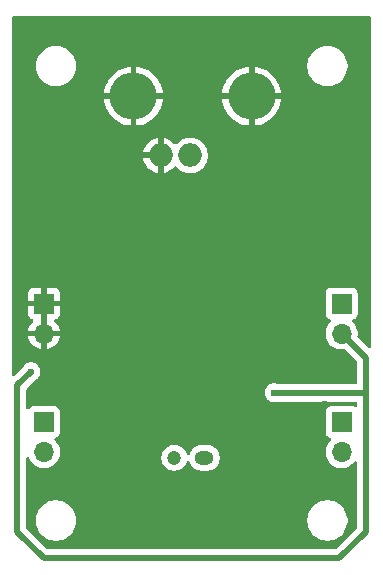
<source format=gbl>
%TF.GenerationSoftware,KiCad,Pcbnew,9.0.1-9.0.1-0~ubuntu24.04.1*%
%TF.CreationDate,2025-05-07T20:50:54+02:00*%
%TF.ProjectId,OOS - optyczny odbiornik sygnalow,4f4f5320-2d20-46f7-9074-79637a6e7920,0.0.3*%
%TF.SameCoordinates,Original*%
%TF.FileFunction,Copper,L2,Bot*%
%TF.FilePolarity,Positive*%
%FSLAX46Y46*%
G04 Gerber Fmt 4.6, Leading zero omitted, Abs format (unit mm)*
G04 Created by KiCad (PCBNEW 9.0.1-9.0.1-0~ubuntu24.04.1) date 2025-05-07 20:50:54*
%MOMM*%
%LPD*%
G01*
G04 APERTURE LIST*
%TA.AperFunction,ComponentPad*%
%ADD10O,1.700000X1.700000*%
%TD*%
%TA.AperFunction,ComponentPad*%
%ADD11R,1.700000X1.700000*%
%TD*%
%TA.AperFunction,ComponentPad*%
%ADD12O,1.600000X1.200000*%
%TD*%
%TA.AperFunction,ComponentPad*%
%ADD13C,1.200000*%
%TD*%
%TA.AperFunction,ComponentPad*%
%ADD14O,2.000000X2.000000*%
%TD*%
%TA.AperFunction,ComponentPad*%
%ADD15O,4.000000X4.000000*%
%TD*%
%TA.AperFunction,ViaPad*%
%ADD16C,0.600000*%
%TD*%
%TA.AperFunction,Conductor*%
%ADD17C,0.500000*%
%TD*%
G04 APERTURE END LIST*
D10*
%TO.P,J2,2,Pin_2*%
%TO.N,+5V*%
X201120000Y-99545000D03*
D11*
%TO.P,J2,1,Pin_1*%
X201120000Y-97005000D03*
%TD*%
%TO.P,J1,1,Pin_1*%
%TO.N,+V_photo*%
X175920000Y-107040000D03*
D10*
%TO.P,J1,2,Pin_2*%
X175920000Y-109580000D03*
%TD*%
D11*
%TO.P,J3,1,Pin_1*%
%TO.N,0V*%
X175920000Y-97005000D03*
D10*
%TO.P,J3,2,Pin_2*%
X175920000Y-99545000D03*
%TD*%
D12*
%TO.P,D3,1,A*%
%TO.N,/OPA300_TIA_-*%
X189505276Y-110064724D03*
D13*
%TO.P,D3,2,K*%
%TO.N,/BPX65_Cathode*%
X186965276Y-110064724D03*
%TD*%
D14*
%TO.P,J5,1,In*%
%TO.N,/OPA300_x10_Out_AC*%
X188300000Y-84460000D03*
D15*
%TO.P,J5,2,Ext*%
%TO.N,0V*%
X183500000Y-79460000D03*
D14*
X185800000Y-84460000D03*
D15*
X193500000Y-79460000D03*
%TD*%
D11*
%TO.P,J4,1,Pin_1*%
%TO.N,/OPA300_En_Alt_Con*%
X201120000Y-107040000D03*
D10*
%TO.P,J4,2,Pin_2*%
X201120000Y-109580000D03*
%TD*%
D16*
%TO.N,0V*%
X192720000Y-107080000D03*
X191820000Y-102880000D03*
X182820000Y-96980000D03*
X180870000Y-117380000D03*
X190120000Y-98630000D03*
X181520000Y-110430000D03*
X179970000Y-101580000D03*
X191420000Y-117380000D03*
X173820000Y-87830000D03*
X183270000Y-106580000D03*
X193670000Y-97180000D03*
X192870000Y-93430000D03*
X181670000Y-106580000D03*
X185870000Y-117530000D03*
X195620000Y-112980000D03*
X199720000Y-105530000D03*
X185820000Y-105780000D03*
X185170000Y-95790000D03*
X203120000Y-87080000D03*
X184020000Y-99480000D03*
X203020000Y-73630000D03*
X187020000Y-86030000D03*
X197420000Y-95980000D03*
X174720000Y-104380000D03*
X181520000Y-104180000D03*
X176920000Y-105380000D03*
X173770000Y-73680000D03*
X175542491Y-101792751D03*
X188200000Y-89630000D03*
X191370000Y-114130000D03*
X199470000Y-102680000D03*
X173820000Y-94830000D03*
X192070000Y-97180000D03*
X185970000Y-103730000D03*
X179970000Y-108680000D03*
X185770000Y-114130000D03*
X188270000Y-99580000D03*
X188220000Y-107730000D03*
X200120000Y-101130000D03*
X195770000Y-105880000D03*
X203020000Y-93180000D03*
X189420000Y-103630000D03*
X186170000Y-108580000D03*
X180370000Y-87730000D03*
X188070000Y-111180000D03*
X195020000Y-100780000D03*
X199520000Y-108480000D03*
X183420000Y-103780000D03*
X183870000Y-110330000D03*
X196720000Y-80830000D03*
X180070000Y-73680000D03*
X197770000Y-106480000D03*
X196720000Y-73580000D03*
X202970000Y-80980000D03*
X194320000Y-107080000D03*
X177320000Y-108580000D03*
X196870000Y-87280000D03*
X195670000Y-97180000D03*
X199420000Y-98030000D03*
X185220000Y-90730000D03*
X197620000Y-99930000D03*
X199720000Y-111230000D03*
X190820000Y-108230000D03*
X187820000Y-92230000D03*
X185320000Y-93580000D03*
X203070000Y-99880000D03*
X173720000Y-80980000D03*
X189370000Y-93780000D03*
X195520000Y-94080000D03*
X193420000Y-99080000D03*
X192270000Y-100730000D03*
X197070000Y-102580000D03*
X191620000Y-106080000D03*
X192170000Y-87680000D03*
X200120000Y-95280000D03*
X179970000Y-80930000D03*
X194420000Y-102880000D03*
X185520000Y-87680000D03*
X185970000Y-97930000D03*
X174720000Y-111280000D03*
X190920000Y-96080000D03*
X184920000Y-101980000D03*
X184570000Y-106580000D03*
X189220000Y-86680000D03*
%TO.N,+5V*%
X174820000Y-102790000D03*
X195395000Y-104555000D03*
%TO.N,0V*%
X180870000Y-112080000D03*
%TD*%
D17*
%TO.N,+5V*%
X174810000Y-102790000D02*
X173671000Y-103929000D01*
X175920000Y-118580000D02*
X200920000Y-118580000D01*
X174820000Y-102790000D02*
X174810000Y-102790000D01*
X203169000Y-116331000D02*
X203169000Y-104480000D01*
X173671000Y-116331000D02*
X175920000Y-118580000D01*
X173671000Y-103929000D02*
X173671000Y-116331000D01*
X203169000Y-101594000D02*
X203169000Y-104480000D01*
X200920000Y-118580000D02*
X203169000Y-116331000D01*
X195395000Y-104555000D02*
X203094000Y-104555000D01*
X201120000Y-99545000D02*
X203169000Y-101594000D01*
X203094000Y-104555000D02*
X203169000Y-104480000D01*
%TD*%
%TA.AperFunction,Conductor*%
%TO.N,0V*%
G36*
X176170000Y-99111988D02*
G01*
X176112993Y-99079075D01*
X175985826Y-99045000D01*
X175854174Y-99045000D01*
X175727007Y-99079075D01*
X175670000Y-99111988D01*
X175670000Y-97438012D01*
X175727007Y-97470925D01*
X175854174Y-97505000D01*
X175985826Y-97505000D01*
X176112993Y-97470925D01*
X176170000Y-97438012D01*
X176170000Y-99111988D01*
G37*
%TD.AperFunction*%
%TA.AperFunction,Conductor*%
G36*
X203562539Y-72700185D02*
G01*
X203608294Y-72752989D01*
X203619500Y-72804500D01*
X203619500Y-100683770D01*
X203599815Y-100750809D01*
X203547011Y-100796564D01*
X203477853Y-100806508D01*
X203414297Y-100777483D01*
X203407819Y-100771451D01*
X202490174Y-99853807D01*
X202456689Y-99792484D01*
X202455382Y-99746733D01*
X202470500Y-99651287D01*
X202470500Y-99438713D01*
X202437246Y-99228757D01*
X202371557Y-99026588D01*
X202275051Y-98837184D01*
X202275049Y-98837181D01*
X202275048Y-98837179D01*
X202150109Y-98665213D01*
X202036569Y-98551673D01*
X202003084Y-98490350D01*
X202008068Y-98420658D01*
X202049940Y-98364725D01*
X202080915Y-98347810D01*
X202212331Y-98298796D01*
X202327546Y-98212546D01*
X202413796Y-98097331D01*
X202464091Y-97962483D01*
X202470500Y-97902873D01*
X202470499Y-96107128D01*
X202464091Y-96047517D01*
X202413884Y-95912906D01*
X202413797Y-95912671D01*
X202413793Y-95912664D01*
X202327547Y-95797455D01*
X202327544Y-95797452D01*
X202212335Y-95711206D01*
X202212328Y-95711202D01*
X202077482Y-95660908D01*
X202077483Y-95660908D01*
X202017883Y-95654501D01*
X202017881Y-95654500D01*
X202017873Y-95654500D01*
X202017864Y-95654500D01*
X200222129Y-95654500D01*
X200222123Y-95654501D01*
X200162516Y-95660908D01*
X200027671Y-95711202D01*
X200027664Y-95711206D01*
X199912455Y-95797452D01*
X199912452Y-95797455D01*
X199826206Y-95912664D01*
X199826202Y-95912671D01*
X199775908Y-96047517D01*
X199769501Y-96107116D01*
X199769501Y-96107123D01*
X199769500Y-96107135D01*
X199769500Y-97902870D01*
X199769501Y-97902876D01*
X199775908Y-97962483D01*
X199826202Y-98097328D01*
X199826206Y-98097335D01*
X199912452Y-98212544D01*
X199912455Y-98212547D01*
X200027664Y-98298793D01*
X200027671Y-98298797D01*
X200159082Y-98347810D01*
X200215016Y-98389681D01*
X200239433Y-98455145D01*
X200224582Y-98523418D01*
X200203431Y-98551673D01*
X200089889Y-98665215D01*
X199964951Y-98837179D01*
X199868444Y-99026585D01*
X199802753Y-99228760D01*
X199769500Y-99438713D01*
X199769500Y-99651286D01*
X199802753Y-99861239D01*
X199868444Y-100063414D01*
X199964951Y-100252820D01*
X200089890Y-100424786D01*
X200240213Y-100575109D01*
X200412179Y-100700048D01*
X200412181Y-100700049D01*
X200412184Y-100700051D01*
X200601588Y-100796557D01*
X200803757Y-100862246D01*
X201013713Y-100895500D01*
X201013714Y-100895500D01*
X201226284Y-100895500D01*
X201226287Y-100895500D01*
X201321731Y-100880382D01*
X201391020Y-100889336D01*
X201428807Y-100915174D01*
X202382181Y-101868548D01*
X202415666Y-101929871D01*
X202418500Y-101956229D01*
X202418500Y-103680500D01*
X202398815Y-103747539D01*
X202346011Y-103793294D01*
X202294500Y-103804500D01*
X195699604Y-103804500D01*
X195652155Y-103795062D01*
X195628497Y-103785263D01*
X195628493Y-103785262D01*
X195628488Y-103785260D01*
X195473845Y-103754500D01*
X195473842Y-103754500D01*
X195316158Y-103754500D01*
X195316155Y-103754500D01*
X195161510Y-103785261D01*
X195161498Y-103785264D01*
X195015827Y-103845602D01*
X195015814Y-103845609D01*
X194884711Y-103933210D01*
X194884707Y-103933213D01*
X194773213Y-104044707D01*
X194773210Y-104044711D01*
X194685609Y-104175814D01*
X194685602Y-104175827D01*
X194625264Y-104321498D01*
X194625261Y-104321510D01*
X194594500Y-104476153D01*
X194594500Y-104633846D01*
X194625261Y-104788489D01*
X194625264Y-104788501D01*
X194685602Y-104934172D01*
X194685609Y-104934185D01*
X194773210Y-105065288D01*
X194773213Y-105065292D01*
X194884707Y-105176786D01*
X194884711Y-105176789D01*
X195015814Y-105264390D01*
X195015827Y-105264397D01*
X195115060Y-105305500D01*
X195161503Y-105324737D01*
X195316153Y-105355499D01*
X195316156Y-105355500D01*
X195316158Y-105355500D01*
X195473844Y-105355500D01*
X195473845Y-105355499D01*
X195550152Y-105340320D01*
X195628488Y-105324739D01*
X195628489Y-105324738D01*
X195628497Y-105324737D01*
X195652155Y-105314937D01*
X195699604Y-105305500D01*
X202294500Y-105305500D01*
X202361539Y-105325185D01*
X202407294Y-105377989D01*
X202418500Y-105429500D01*
X202418500Y-105652819D01*
X202398815Y-105719858D01*
X202346011Y-105765613D01*
X202276853Y-105775557D01*
X202220191Y-105752087D01*
X202212334Y-105746206D01*
X202212328Y-105746202D01*
X202077482Y-105695908D01*
X202077483Y-105695908D01*
X202017883Y-105689501D01*
X202017881Y-105689500D01*
X202017873Y-105689500D01*
X202017864Y-105689500D01*
X200222129Y-105689500D01*
X200222123Y-105689501D01*
X200162516Y-105695908D01*
X200027671Y-105746202D01*
X200027664Y-105746206D01*
X199912455Y-105832452D01*
X199912452Y-105832455D01*
X199826206Y-105947664D01*
X199826202Y-105947671D01*
X199775908Y-106082517D01*
X199769501Y-106142116D01*
X199769501Y-106142123D01*
X199769500Y-106142135D01*
X199769500Y-107937870D01*
X199769501Y-107937876D01*
X199775908Y-107997483D01*
X199826202Y-108132328D01*
X199826206Y-108132335D01*
X199912452Y-108247544D01*
X199912455Y-108247547D01*
X200027664Y-108333793D01*
X200027671Y-108333797D01*
X200159082Y-108382810D01*
X200215016Y-108424681D01*
X200239433Y-108490145D01*
X200224582Y-108558418D01*
X200203431Y-108586673D01*
X200089889Y-108700215D01*
X199964951Y-108872179D01*
X199868444Y-109061585D01*
X199802753Y-109263760D01*
X199769500Y-109473713D01*
X199769500Y-109686286D01*
X199802753Y-109896239D01*
X199802753Y-109896241D01*
X199802754Y-109896243D01*
X199854098Y-110054264D01*
X199868444Y-110098414D01*
X199964951Y-110287820D01*
X200089890Y-110459786D01*
X200240213Y-110610109D01*
X200412179Y-110735048D01*
X200412181Y-110735049D01*
X200412184Y-110735051D01*
X200601588Y-110831557D01*
X200803757Y-110897246D01*
X201013713Y-110930500D01*
X201013714Y-110930500D01*
X201226286Y-110930500D01*
X201226287Y-110930500D01*
X201436243Y-110897246D01*
X201638412Y-110831557D01*
X201827816Y-110735051D01*
X201849789Y-110719086D01*
X201999786Y-110610109D01*
X201999788Y-110610106D01*
X201999792Y-110610104D01*
X202150104Y-110459792D01*
X202194181Y-110399125D01*
X202249511Y-110356458D01*
X202319124Y-110350479D01*
X202380919Y-110383084D01*
X202415277Y-110443922D01*
X202418500Y-110472009D01*
X202418500Y-115968770D01*
X202398815Y-116035809D01*
X202382181Y-116056451D01*
X200645451Y-117793181D01*
X200584128Y-117826666D01*
X200557770Y-117829500D01*
X176282229Y-117829500D01*
X176215190Y-117809815D01*
X176194548Y-117793181D01*
X174457819Y-116056451D01*
X174424334Y-115995128D01*
X174421500Y-115968770D01*
X174421500Y-115268549D01*
X175219500Y-115268549D01*
X175219500Y-115491450D01*
X175219501Y-115491466D01*
X175248594Y-115712452D01*
X175248595Y-115712457D01*
X175248596Y-115712463D01*
X175248597Y-115712465D01*
X175306290Y-115927780D01*
X175306293Y-115927790D01*
X175391593Y-116133722D01*
X175391595Y-116133726D01*
X175503052Y-116326774D01*
X175503057Y-116326780D01*
X175503058Y-116326782D01*
X175638751Y-116503622D01*
X175638757Y-116503629D01*
X175796370Y-116661242D01*
X175796376Y-116661247D01*
X175973226Y-116796948D01*
X176166274Y-116908405D01*
X176372219Y-116993710D01*
X176587537Y-117051404D01*
X176808543Y-117080500D01*
X176808550Y-117080500D01*
X177031450Y-117080500D01*
X177031457Y-117080500D01*
X177252463Y-117051404D01*
X177467781Y-116993710D01*
X177673726Y-116908405D01*
X177866774Y-116796948D01*
X178043624Y-116661247D01*
X178201247Y-116503624D01*
X178336948Y-116326774D01*
X178448405Y-116133726D01*
X178533710Y-115927781D01*
X178591404Y-115712463D01*
X178620500Y-115491457D01*
X178620500Y-115268549D01*
X198219500Y-115268549D01*
X198219500Y-115491450D01*
X198219501Y-115491466D01*
X198248594Y-115712452D01*
X198248595Y-115712457D01*
X198248596Y-115712463D01*
X198248597Y-115712465D01*
X198306290Y-115927780D01*
X198306293Y-115927790D01*
X198391593Y-116133722D01*
X198391595Y-116133726D01*
X198503052Y-116326774D01*
X198503057Y-116326780D01*
X198503058Y-116326782D01*
X198638751Y-116503622D01*
X198638757Y-116503629D01*
X198796370Y-116661242D01*
X198796376Y-116661247D01*
X198973226Y-116796948D01*
X199166274Y-116908405D01*
X199372219Y-116993710D01*
X199587537Y-117051404D01*
X199808543Y-117080500D01*
X199808550Y-117080500D01*
X200031450Y-117080500D01*
X200031457Y-117080500D01*
X200252463Y-117051404D01*
X200467781Y-116993710D01*
X200673726Y-116908405D01*
X200866774Y-116796948D01*
X201043624Y-116661247D01*
X201201247Y-116503624D01*
X201336948Y-116326774D01*
X201448405Y-116133726D01*
X201533710Y-115927781D01*
X201591404Y-115712463D01*
X201620500Y-115491457D01*
X201620500Y-115268543D01*
X201591404Y-115047537D01*
X201533710Y-114832219D01*
X201448405Y-114626274D01*
X201336948Y-114433226D01*
X201201247Y-114256376D01*
X201201242Y-114256370D01*
X201043629Y-114098757D01*
X201043622Y-114098751D01*
X200866782Y-113963058D01*
X200866780Y-113963057D01*
X200866774Y-113963052D01*
X200673726Y-113851595D01*
X200673722Y-113851593D01*
X200467790Y-113766293D01*
X200467783Y-113766291D01*
X200467781Y-113766290D01*
X200252463Y-113708596D01*
X200252457Y-113708595D01*
X200252452Y-113708594D01*
X200031466Y-113679501D01*
X200031463Y-113679500D01*
X200031457Y-113679500D01*
X199808543Y-113679500D01*
X199808537Y-113679500D01*
X199808533Y-113679501D01*
X199587547Y-113708594D01*
X199587540Y-113708595D01*
X199587537Y-113708596D01*
X199372219Y-113766290D01*
X199372209Y-113766293D01*
X199166277Y-113851593D01*
X199166273Y-113851595D01*
X198973226Y-113963052D01*
X198973217Y-113963058D01*
X198796377Y-114098751D01*
X198796370Y-114098757D01*
X198638757Y-114256370D01*
X198638751Y-114256377D01*
X198503058Y-114433217D01*
X198503052Y-114433226D01*
X198391595Y-114626273D01*
X198391593Y-114626277D01*
X198306293Y-114832209D01*
X198306290Y-114832219D01*
X198248597Y-115047534D01*
X198248594Y-115047547D01*
X198219501Y-115268533D01*
X198219500Y-115268549D01*
X178620500Y-115268549D01*
X178620500Y-115268543D01*
X178591404Y-115047537D01*
X178533710Y-114832219D01*
X178448405Y-114626274D01*
X178336948Y-114433226D01*
X178201247Y-114256376D01*
X178201242Y-114256370D01*
X178043629Y-114098757D01*
X178043622Y-114098751D01*
X177866782Y-113963058D01*
X177866780Y-113963057D01*
X177866774Y-113963052D01*
X177673726Y-113851595D01*
X177673722Y-113851593D01*
X177467790Y-113766293D01*
X177467783Y-113766291D01*
X177467781Y-113766290D01*
X177252463Y-113708596D01*
X177252457Y-113708595D01*
X177252452Y-113708594D01*
X177031466Y-113679501D01*
X177031463Y-113679500D01*
X177031457Y-113679500D01*
X176808543Y-113679500D01*
X176808537Y-113679500D01*
X176808533Y-113679501D01*
X176587547Y-113708594D01*
X176587540Y-113708595D01*
X176587537Y-113708596D01*
X176372219Y-113766290D01*
X176372209Y-113766293D01*
X176166277Y-113851593D01*
X176166273Y-113851595D01*
X175973226Y-113963052D01*
X175973217Y-113963058D01*
X175796377Y-114098751D01*
X175796370Y-114098757D01*
X175638757Y-114256370D01*
X175638751Y-114256377D01*
X175503058Y-114433217D01*
X175503052Y-114433226D01*
X175391595Y-114626273D01*
X175391593Y-114626277D01*
X175306293Y-114832209D01*
X175306290Y-114832219D01*
X175248597Y-115047534D01*
X175248594Y-115047547D01*
X175219501Y-115268533D01*
X175219500Y-115268549D01*
X174421500Y-115268549D01*
X174421500Y-110121303D01*
X174441185Y-110054264D01*
X174493989Y-110008509D01*
X174563147Y-109998565D01*
X174626703Y-110027590D01*
X174663431Y-110082986D01*
X174668443Y-110098413D01*
X174764951Y-110287820D01*
X174889890Y-110459786D01*
X175040213Y-110610109D01*
X175212179Y-110735048D01*
X175212181Y-110735049D01*
X175212184Y-110735051D01*
X175401588Y-110831557D01*
X175603757Y-110897246D01*
X175813713Y-110930500D01*
X175813714Y-110930500D01*
X176026286Y-110930500D01*
X176026287Y-110930500D01*
X176236243Y-110897246D01*
X176438412Y-110831557D01*
X176627816Y-110735051D01*
X176649789Y-110719086D01*
X176799786Y-110610109D01*
X176799788Y-110610106D01*
X176799792Y-110610104D01*
X176950104Y-110459792D01*
X176950106Y-110459788D01*
X176950109Y-110459786D01*
X177075048Y-110287820D01*
X177075047Y-110287820D01*
X177075051Y-110287816D01*
X177171557Y-110098412D01*
X177210645Y-109978113D01*
X185864776Y-109978113D01*
X185864776Y-110151335D01*
X185891874Y-110322425D01*
X185945403Y-110487169D01*
X186024044Y-110641512D01*
X186125862Y-110781652D01*
X186248348Y-110904138D01*
X186388488Y-111005956D01*
X186542831Y-111084597D01*
X186707575Y-111138126D01*
X186878665Y-111165224D01*
X186878666Y-111165224D01*
X187051886Y-111165224D01*
X187051887Y-111165224D01*
X187222977Y-111138126D01*
X187387721Y-111084597D01*
X187542064Y-111005956D01*
X187682204Y-110904138D01*
X187804690Y-110781652D01*
X187906508Y-110641512D01*
X187985149Y-110487169D01*
X188017346Y-110388077D01*
X188056782Y-110330403D01*
X188121141Y-110303205D01*
X188189987Y-110315120D01*
X188241463Y-110362364D01*
X188253205Y-110388074D01*
X188285403Y-110487169D01*
X188364044Y-110641512D01*
X188465862Y-110781652D01*
X188588348Y-110904138D01*
X188728488Y-111005956D01*
X188882831Y-111084597D01*
X189047575Y-111138126D01*
X189218665Y-111165224D01*
X189218666Y-111165224D01*
X189791886Y-111165224D01*
X189791887Y-111165224D01*
X189962977Y-111138126D01*
X190127721Y-111084597D01*
X190282064Y-111005956D01*
X190422204Y-110904138D01*
X190544690Y-110781652D01*
X190646508Y-110641512D01*
X190725149Y-110487169D01*
X190778678Y-110322425D01*
X190805776Y-110151335D01*
X190805776Y-109978113D01*
X190778678Y-109807023D01*
X190725149Y-109642279D01*
X190646508Y-109487936D01*
X190544690Y-109347796D01*
X190422204Y-109225310D01*
X190282064Y-109123492D01*
X190190847Y-109077015D01*
X190127723Y-109044852D01*
X190127722Y-109044851D01*
X190127721Y-109044851D01*
X189962977Y-108991322D01*
X189962975Y-108991321D01*
X189962974Y-108991321D01*
X189831547Y-108970505D01*
X189791887Y-108964224D01*
X189218665Y-108964224D01*
X189179004Y-108970505D01*
X189047578Y-108991321D01*
X188882828Y-109044852D01*
X188728487Y-109123492D01*
X188648532Y-109181583D01*
X188588348Y-109225310D01*
X188588346Y-109225312D01*
X188588345Y-109225312D01*
X188465864Y-109347793D01*
X188465864Y-109347794D01*
X188465862Y-109347796D01*
X188422135Y-109407980D01*
X188364044Y-109487935D01*
X188285404Y-109642276D01*
X188253207Y-109741368D01*
X188213769Y-109799044D01*
X188149411Y-109826242D01*
X188080564Y-109814327D01*
X188029089Y-109767083D01*
X188017345Y-109741368D01*
X187999448Y-109686287D01*
X187985149Y-109642279D01*
X187906508Y-109487936D01*
X187804690Y-109347796D01*
X187682204Y-109225310D01*
X187542064Y-109123492D01*
X187450847Y-109077015D01*
X187387723Y-109044852D01*
X187387722Y-109044851D01*
X187387721Y-109044851D01*
X187222977Y-108991322D01*
X187222975Y-108991321D01*
X187222974Y-108991321D01*
X187091547Y-108970505D01*
X187051887Y-108964224D01*
X186878665Y-108964224D01*
X186839004Y-108970505D01*
X186707578Y-108991321D01*
X186542828Y-109044852D01*
X186388487Y-109123492D01*
X186308532Y-109181583D01*
X186248348Y-109225310D01*
X186248346Y-109225312D01*
X186248345Y-109225312D01*
X186125864Y-109347793D01*
X186125864Y-109347794D01*
X186125862Y-109347796D01*
X186082135Y-109407980D01*
X186024044Y-109487935D01*
X185945404Y-109642276D01*
X185891873Y-109807026D01*
X185868605Y-109953936D01*
X185864776Y-109978113D01*
X177210645Y-109978113D01*
X177237246Y-109896243D01*
X177270500Y-109686287D01*
X177270500Y-109473713D01*
X177237246Y-109263757D01*
X177171557Y-109061588D01*
X177075051Y-108872184D01*
X177075049Y-108872181D01*
X177075048Y-108872179D01*
X176950109Y-108700213D01*
X176836569Y-108586673D01*
X176803084Y-108525350D01*
X176808068Y-108455658D01*
X176849940Y-108399725D01*
X176880915Y-108382810D01*
X177012331Y-108333796D01*
X177127546Y-108247546D01*
X177213796Y-108132331D01*
X177264091Y-107997483D01*
X177270500Y-107937873D01*
X177270499Y-106142128D01*
X177264091Y-106082517D01*
X177213796Y-105947669D01*
X177213795Y-105947668D01*
X177213793Y-105947664D01*
X177127547Y-105832455D01*
X177127544Y-105832452D01*
X177012335Y-105746206D01*
X177012328Y-105746202D01*
X176877482Y-105695908D01*
X176877483Y-105695908D01*
X176817883Y-105689501D01*
X176817881Y-105689500D01*
X176817873Y-105689500D01*
X176817864Y-105689500D01*
X175022129Y-105689500D01*
X175022123Y-105689501D01*
X174962516Y-105695908D01*
X174827671Y-105746202D01*
X174827664Y-105746206D01*
X174712455Y-105832452D01*
X174644766Y-105922873D01*
X174588832Y-105964743D01*
X174519141Y-105969727D01*
X174457818Y-105936241D01*
X174424333Y-105874918D01*
X174421500Y-105848561D01*
X174421500Y-104291229D01*
X174441185Y-104224190D01*
X174457819Y-104203548D01*
X174728157Y-103933210D01*
X175118226Y-103543140D01*
X175158448Y-103516264D01*
X175199179Y-103499394D01*
X175330289Y-103411789D01*
X175441789Y-103300289D01*
X175529394Y-103169179D01*
X175589737Y-103023497D01*
X175620500Y-102868842D01*
X175620500Y-102711158D01*
X175620500Y-102711155D01*
X175620499Y-102711153D01*
X175589738Y-102556510D01*
X175589737Y-102556503D01*
X175548784Y-102457633D01*
X175529397Y-102410827D01*
X175529390Y-102410814D01*
X175441789Y-102279711D01*
X175441786Y-102279707D01*
X175330292Y-102168213D01*
X175330288Y-102168210D01*
X175199185Y-102080609D01*
X175199172Y-102080602D01*
X175053501Y-102020264D01*
X175053489Y-102020261D01*
X174898845Y-101989500D01*
X174898842Y-101989500D01*
X174741158Y-101989500D01*
X174741155Y-101989500D01*
X174586510Y-102020261D01*
X174586498Y-102020264D01*
X174440827Y-102080602D01*
X174440814Y-102080609D01*
X174309711Y-102168210D01*
X174309707Y-102168213D01*
X174198213Y-102279707D01*
X174198207Y-102279715D01*
X174110606Y-102410818D01*
X174110602Y-102410827D01*
X174107875Y-102417411D01*
X174080998Y-102457633D01*
X173432181Y-103106451D01*
X173370858Y-103139936D01*
X173301167Y-103134952D01*
X173245233Y-103093081D01*
X173220816Y-103027616D01*
X173220500Y-103018770D01*
X173220500Y-96107155D01*
X174570000Y-96107155D01*
X174570000Y-96755000D01*
X175486988Y-96755000D01*
X175454075Y-96812007D01*
X175420000Y-96939174D01*
X175420000Y-97070826D01*
X175454075Y-97197993D01*
X175486988Y-97255000D01*
X174570000Y-97255000D01*
X174570000Y-97902844D01*
X174576401Y-97962372D01*
X174576403Y-97962379D01*
X174626645Y-98097086D01*
X174626649Y-98097093D01*
X174712809Y-98212187D01*
X174712812Y-98212190D01*
X174827906Y-98298350D01*
X174827913Y-98298354D01*
X174959986Y-98347614D01*
X175015920Y-98389485D01*
X175040337Y-98454949D01*
X175025486Y-98523222D01*
X175004335Y-98551477D01*
X174890271Y-98665541D01*
X174765379Y-98837442D01*
X174668904Y-99026782D01*
X174603242Y-99228870D01*
X174603242Y-99228873D01*
X174592769Y-99295000D01*
X175486988Y-99295000D01*
X175454075Y-99352007D01*
X175420000Y-99479174D01*
X175420000Y-99610826D01*
X175454075Y-99737993D01*
X175486988Y-99795000D01*
X174592769Y-99795000D01*
X174603242Y-99861126D01*
X174603242Y-99861129D01*
X174668904Y-100063217D01*
X174765379Y-100252557D01*
X174890272Y-100424459D01*
X174890276Y-100424464D01*
X175040535Y-100574723D01*
X175040540Y-100574727D01*
X175212442Y-100699620D01*
X175401782Y-100796095D01*
X175603871Y-100861757D01*
X175670000Y-100872231D01*
X175670000Y-99978012D01*
X175727007Y-100010925D01*
X175854174Y-100045000D01*
X175985826Y-100045000D01*
X176112993Y-100010925D01*
X176170000Y-99978012D01*
X176170000Y-100872230D01*
X176236126Y-100861757D01*
X176236129Y-100861757D01*
X176438217Y-100796095D01*
X176627557Y-100699620D01*
X176799459Y-100574727D01*
X176799464Y-100574723D01*
X176949723Y-100424464D01*
X176949727Y-100424459D01*
X177074620Y-100252557D01*
X177171095Y-100063217D01*
X177236757Y-99861129D01*
X177236757Y-99861126D01*
X177247231Y-99795000D01*
X176353012Y-99795000D01*
X176385925Y-99737993D01*
X176420000Y-99610826D01*
X176420000Y-99479174D01*
X176385925Y-99352007D01*
X176353012Y-99295000D01*
X177247231Y-99295000D01*
X177236757Y-99228873D01*
X177236757Y-99228870D01*
X177171095Y-99026782D01*
X177074620Y-98837442D01*
X176949727Y-98665540D01*
X176949723Y-98665535D01*
X176835665Y-98551477D01*
X176802180Y-98490154D01*
X176807164Y-98420462D01*
X176849036Y-98364529D01*
X176880013Y-98347614D01*
X177012086Y-98298354D01*
X177012093Y-98298350D01*
X177127187Y-98212190D01*
X177127190Y-98212187D01*
X177213350Y-98097093D01*
X177213354Y-98097086D01*
X177263596Y-97962379D01*
X177263598Y-97962372D01*
X177269999Y-97902844D01*
X177270000Y-97902827D01*
X177270000Y-97255000D01*
X176353012Y-97255000D01*
X176385925Y-97197993D01*
X176420000Y-97070826D01*
X176420000Y-96939174D01*
X176385925Y-96812007D01*
X176353012Y-96755000D01*
X177270000Y-96755000D01*
X177270000Y-96107172D01*
X177269999Y-96107155D01*
X177263598Y-96047627D01*
X177263596Y-96047620D01*
X177213354Y-95912913D01*
X177213350Y-95912906D01*
X177127190Y-95797812D01*
X177127187Y-95797809D01*
X177012093Y-95711649D01*
X177012086Y-95711645D01*
X176877379Y-95661403D01*
X176877372Y-95661401D01*
X176817844Y-95655000D01*
X176170000Y-95655000D01*
X176170000Y-96571988D01*
X176112993Y-96539075D01*
X175985826Y-96505000D01*
X175854174Y-96505000D01*
X175727007Y-96539075D01*
X175670000Y-96571988D01*
X175670000Y-95655000D01*
X175022155Y-95655000D01*
X174962627Y-95661401D01*
X174962620Y-95661403D01*
X174827913Y-95711645D01*
X174827906Y-95711649D01*
X174712812Y-95797809D01*
X174712809Y-95797812D01*
X174626649Y-95912906D01*
X174626645Y-95912913D01*
X174576403Y-96047620D01*
X174576401Y-96047627D01*
X174570000Y-96107155D01*
X173220500Y-96107155D01*
X173220500Y-84210000D01*
X184320898Y-84210000D01*
X185366988Y-84210000D01*
X185334075Y-84267007D01*
X185300000Y-84394174D01*
X185300000Y-84525826D01*
X185334075Y-84652993D01*
X185366988Y-84710000D01*
X184320898Y-84710000D01*
X184336934Y-84811247D01*
X184409897Y-85035802D01*
X184517085Y-85246171D01*
X184655866Y-85437186D01*
X184822813Y-85604133D01*
X185013828Y-85742914D01*
X185224195Y-85850102D01*
X185448744Y-85923063D01*
X185448750Y-85923065D01*
X185550000Y-85939101D01*
X185550000Y-84893012D01*
X185607007Y-84925925D01*
X185734174Y-84960000D01*
X185865826Y-84960000D01*
X185992993Y-84925925D01*
X186050000Y-84893012D01*
X186050000Y-85939100D01*
X186151249Y-85923065D01*
X186151255Y-85923063D01*
X186375804Y-85850102D01*
X186586171Y-85742914D01*
X186777186Y-85604133D01*
X186944137Y-85437182D01*
X186949369Y-85429981D01*
X187004696Y-85387312D01*
X187074309Y-85381329D01*
X187136106Y-85413932D01*
X187150008Y-85429974D01*
X187155247Y-85437186D01*
X187155483Y-85437510D01*
X187322490Y-85604517D01*
X187513567Y-85743343D01*
X187612991Y-85794002D01*
X187724003Y-85850566D01*
X187724005Y-85850566D01*
X187724008Y-85850568D01*
X187844412Y-85889689D01*
X187948631Y-85923553D01*
X188181903Y-85960500D01*
X188181908Y-85960500D01*
X188418097Y-85960500D01*
X188651368Y-85923553D01*
X188652876Y-85923063D01*
X188875992Y-85850568D01*
X189086433Y-85743343D01*
X189277510Y-85604517D01*
X189444517Y-85437510D01*
X189583343Y-85246433D01*
X189690568Y-85035992D01*
X189763553Y-84811368D01*
X189788637Y-84652993D01*
X189800500Y-84578097D01*
X189800500Y-84341902D01*
X189763553Y-84108631D01*
X189690566Y-83884003D01*
X189634002Y-83772991D01*
X189583343Y-83673567D01*
X189444517Y-83482490D01*
X189277510Y-83315483D01*
X189086433Y-83176657D01*
X188875996Y-83069433D01*
X188651368Y-82996446D01*
X188418097Y-82959500D01*
X188418092Y-82959500D01*
X188181908Y-82959500D01*
X188181903Y-82959500D01*
X187948631Y-82996446D01*
X187724003Y-83069433D01*
X187513566Y-83176657D01*
X187404550Y-83255862D01*
X187322490Y-83315483D01*
X187322488Y-83315485D01*
X187322487Y-83315485D01*
X187155485Y-83482487D01*
X187155480Y-83482493D01*
X187150005Y-83490029D01*
X187094673Y-83532692D01*
X187025059Y-83538667D01*
X186963266Y-83506058D01*
X186949372Y-83490022D01*
X186944139Y-83482819D01*
X186777186Y-83315866D01*
X186586171Y-83177085D01*
X186375802Y-83069897D01*
X186151247Y-82996934D01*
X186050000Y-82980897D01*
X186050000Y-84026988D01*
X185992993Y-83994075D01*
X185865826Y-83960000D01*
X185734174Y-83960000D01*
X185607007Y-83994075D01*
X185550000Y-84026988D01*
X185550000Y-82980897D01*
X185448752Y-82996934D01*
X185224197Y-83069897D01*
X185013828Y-83177085D01*
X184822813Y-83315866D01*
X184655866Y-83482813D01*
X184517085Y-83673828D01*
X184409897Y-83884197D01*
X184336934Y-84108752D01*
X184320898Y-84210000D01*
X173220500Y-84210000D01*
X173220500Y-79209999D01*
X181012348Y-79209999D01*
X181012349Y-79210000D01*
X182530137Y-79210000D01*
X182500000Y-79361509D01*
X182500000Y-79558491D01*
X182530137Y-79710000D01*
X181012349Y-79710000D01*
X181031437Y-79879412D01*
X181031439Y-79879424D01*
X181093921Y-80153178D01*
X181093922Y-80153180D01*
X181186662Y-80418217D01*
X181308492Y-80671200D01*
X181457884Y-80908956D01*
X181632957Y-81128490D01*
X181831509Y-81327042D01*
X182051043Y-81502115D01*
X182288799Y-81651507D01*
X182541782Y-81773337D01*
X182806819Y-81866077D01*
X182806821Y-81866078D01*
X183080575Y-81928560D01*
X183080589Y-81928563D01*
X183249999Y-81947650D01*
X183250000Y-81947650D01*
X183250000Y-80429863D01*
X183401509Y-80460000D01*
X183598491Y-80460000D01*
X183750000Y-80429863D01*
X183750000Y-81947650D01*
X183919410Y-81928563D01*
X183919424Y-81928560D01*
X184193178Y-81866078D01*
X184193180Y-81866077D01*
X184458217Y-81773337D01*
X184711200Y-81651507D01*
X184948956Y-81502115D01*
X185168490Y-81327042D01*
X185367042Y-81128490D01*
X185542115Y-80908956D01*
X185691507Y-80671200D01*
X185813337Y-80418217D01*
X185906077Y-80153180D01*
X185906078Y-80153178D01*
X185968560Y-79879424D01*
X185968562Y-79879412D01*
X185987651Y-79710000D01*
X184469863Y-79710000D01*
X184500000Y-79558491D01*
X184500000Y-79361509D01*
X184469863Y-79210000D01*
X185987651Y-79210000D01*
X185987651Y-79209999D01*
X191012348Y-79209999D01*
X191012349Y-79210000D01*
X192530137Y-79210000D01*
X192500000Y-79361509D01*
X192500000Y-79558491D01*
X192530137Y-79710000D01*
X191012349Y-79710000D01*
X191031437Y-79879412D01*
X191031439Y-79879424D01*
X191093921Y-80153178D01*
X191093922Y-80153180D01*
X191186662Y-80418217D01*
X191308492Y-80671200D01*
X191457884Y-80908956D01*
X191632957Y-81128490D01*
X191831509Y-81327042D01*
X192051043Y-81502115D01*
X192288799Y-81651507D01*
X192541782Y-81773337D01*
X192806819Y-81866077D01*
X192806821Y-81866078D01*
X193080575Y-81928560D01*
X193080589Y-81928563D01*
X193249999Y-81947650D01*
X193250000Y-81947650D01*
X193250000Y-80429863D01*
X193401509Y-80460000D01*
X193598491Y-80460000D01*
X193750000Y-80429863D01*
X193750000Y-81947650D01*
X193919410Y-81928563D01*
X193919424Y-81928560D01*
X194193178Y-81866078D01*
X194193180Y-81866077D01*
X194458217Y-81773337D01*
X194711200Y-81651507D01*
X194948956Y-81502115D01*
X195168490Y-81327042D01*
X195367042Y-81128490D01*
X195542115Y-80908956D01*
X195691507Y-80671200D01*
X195813337Y-80418217D01*
X195906077Y-80153180D01*
X195906078Y-80153178D01*
X195968560Y-79879424D01*
X195968562Y-79879412D01*
X195987651Y-79710000D01*
X194469863Y-79710000D01*
X194500000Y-79558491D01*
X194500000Y-79361509D01*
X194469863Y-79210000D01*
X195987651Y-79210000D01*
X195987651Y-79209999D01*
X195968562Y-79040587D01*
X195968560Y-79040575D01*
X195906078Y-78766821D01*
X195906077Y-78766819D01*
X195813337Y-78501782D01*
X195691507Y-78248799D01*
X195542115Y-78011043D01*
X195367042Y-77791509D01*
X195168490Y-77592957D01*
X194948956Y-77417884D01*
X194711200Y-77268492D01*
X194458217Y-77146662D01*
X194193180Y-77053922D01*
X194193178Y-77053921D01*
X193919424Y-76991439D01*
X193919412Y-76991437D01*
X193750000Y-76972348D01*
X193750000Y-78490136D01*
X193598491Y-78460000D01*
X193401509Y-78460000D01*
X193250000Y-78490136D01*
X193250000Y-76972349D01*
X193249999Y-76972348D01*
X193080587Y-76991437D01*
X193080575Y-76991439D01*
X192806821Y-77053921D01*
X192806819Y-77053922D01*
X192541782Y-77146662D01*
X192288799Y-77268492D01*
X192051043Y-77417884D01*
X191831509Y-77592957D01*
X191632957Y-77791509D01*
X191457884Y-78011043D01*
X191308492Y-78248799D01*
X191186662Y-78501782D01*
X191093922Y-78766819D01*
X191093921Y-78766821D01*
X191031439Y-79040575D01*
X191031437Y-79040587D01*
X191012348Y-79209999D01*
X185987651Y-79209999D01*
X185968562Y-79040587D01*
X185968560Y-79040575D01*
X185906078Y-78766821D01*
X185906077Y-78766819D01*
X185813337Y-78501782D01*
X185691507Y-78248799D01*
X185542115Y-78011043D01*
X185367042Y-77791509D01*
X185168490Y-77592957D01*
X184948956Y-77417884D01*
X184711200Y-77268492D01*
X184458217Y-77146662D01*
X184193180Y-77053922D01*
X184193178Y-77053921D01*
X183919424Y-76991439D01*
X183919412Y-76991437D01*
X183750000Y-76972348D01*
X183750000Y-78490136D01*
X183598491Y-78460000D01*
X183401509Y-78460000D01*
X183250000Y-78490136D01*
X183250000Y-76972349D01*
X183249999Y-76972348D01*
X183080587Y-76991437D01*
X183080575Y-76991439D01*
X182806821Y-77053921D01*
X182806819Y-77053922D01*
X182541782Y-77146662D01*
X182288799Y-77268492D01*
X182051043Y-77417884D01*
X181831509Y-77592957D01*
X181632957Y-77791509D01*
X181457884Y-78011043D01*
X181308492Y-78248799D01*
X181186662Y-78501782D01*
X181093922Y-78766819D01*
X181093921Y-78766821D01*
X181031439Y-79040575D01*
X181031437Y-79040587D01*
X181012348Y-79209999D01*
X173220500Y-79209999D01*
X173220500Y-76798549D01*
X175219500Y-76798549D01*
X175219500Y-77021450D01*
X175219501Y-77021466D01*
X175248594Y-77242452D01*
X175248595Y-77242457D01*
X175248596Y-77242463D01*
X175295600Y-77417884D01*
X175306290Y-77457780D01*
X175306293Y-77457790D01*
X175391593Y-77663722D01*
X175391595Y-77663726D01*
X175503052Y-77856774D01*
X175503057Y-77856780D01*
X175503058Y-77856782D01*
X175638751Y-78033622D01*
X175638757Y-78033629D01*
X175796370Y-78191242D01*
X175796376Y-78191247D01*
X175973226Y-78326948D01*
X176166274Y-78438405D01*
X176372219Y-78523710D01*
X176587537Y-78581404D01*
X176808543Y-78610500D01*
X176808550Y-78610500D01*
X177031450Y-78610500D01*
X177031457Y-78610500D01*
X177252463Y-78581404D01*
X177467781Y-78523710D01*
X177673726Y-78438405D01*
X177866774Y-78326948D01*
X178043624Y-78191247D01*
X178201247Y-78033624D01*
X178336948Y-77856774D01*
X178448405Y-77663726D01*
X178533710Y-77457781D01*
X178591404Y-77242463D01*
X178620500Y-77021457D01*
X178620500Y-76798549D01*
X198219500Y-76798549D01*
X198219500Y-77021450D01*
X198219501Y-77021466D01*
X198248594Y-77242452D01*
X198248595Y-77242457D01*
X198248596Y-77242463D01*
X198295600Y-77417884D01*
X198306290Y-77457780D01*
X198306293Y-77457790D01*
X198391593Y-77663722D01*
X198391595Y-77663726D01*
X198503052Y-77856774D01*
X198503057Y-77856780D01*
X198503058Y-77856782D01*
X198638751Y-78033622D01*
X198638757Y-78033629D01*
X198796370Y-78191242D01*
X198796376Y-78191247D01*
X198973226Y-78326948D01*
X199166274Y-78438405D01*
X199372219Y-78523710D01*
X199587537Y-78581404D01*
X199808543Y-78610500D01*
X199808550Y-78610500D01*
X200031450Y-78610500D01*
X200031457Y-78610500D01*
X200252463Y-78581404D01*
X200467781Y-78523710D01*
X200673726Y-78438405D01*
X200866774Y-78326948D01*
X201043624Y-78191247D01*
X201201247Y-78033624D01*
X201336948Y-77856774D01*
X201448405Y-77663726D01*
X201533710Y-77457781D01*
X201591404Y-77242463D01*
X201620500Y-77021457D01*
X201620500Y-76798543D01*
X201591404Y-76577537D01*
X201533710Y-76362219D01*
X201448405Y-76156274D01*
X201336948Y-75963226D01*
X201201247Y-75786376D01*
X201201242Y-75786370D01*
X201043629Y-75628757D01*
X201043622Y-75628751D01*
X200866782Y-75493058D01*
X200866780Y-75493057D01*
X200866774Y-75493052D01*
X200673726Y-75381595D01*
X200673722Y-75381593D01*
X200467790Y-75296293D01*
X200467783Y-75296291D01*
X200467781Y-75296290D01*
X200252463Y-75238596D01*
X200252457Y-75238595D01*
X200252452Y-75238594D01*
X200031466Y-75209501D01*
X200031463Y-75209500D01*
X200031457Y-75209500D01*
X199808543Y-75209500D01*
X199808537Y-75209500D01*
X199808533Y-75209501D01*
X199587547Y-75238594D01*
X199587540Y-75238595D01*
X199587537Y-75238596D01*
X199372219Y-75296290D01*
X199372209Y-75296293D01*
X199166277Y-75381593D01*
X199166273Y-75381595D01*
X198973226Y-75493052D01*
X198973217Y-75493058D01*
X198796377Y-75628751D01*
X198796370Y-75628757D01*
X198638757Y-75786370D01*
X198638751Y-75786377D01*
X198503058Y-75963217D01*
X198503052Y-75963226D01*
X198391595Y-76156273D01*
X198391593Y-76156277D01*
X198306293Y-76362209D01*
X198306290Y-76362219D01*
X198248597Y-76577534D01*
X198248594Y-76577547D01*
X198219501Y-76798533D01*
X198219500Y-76798549D01*
X178620500Y-76798549D01*
X178620500Y-76798543D01*
X178591404Y-76577537D01*
X178533710Y-76362219D01*
X178448405Y-76156274D01*
X178336948Y-75963226D01*
X178201247Y-75786376D01*
X178201242Y-75786370D01*
X178043629Y-75628757D01*
X178043622Y-75628751D01*
X177866782Y-75493058D01*
X177866780Y-75493057D01*
X177866774Y-75493052D01*
X177673726Y-75381595D01*
X177673722Y-75381593D01*
X177467790Y-75296293D01*
X177467783Y-75296291D01*
X177467781Y-75296290D01*
X177252463Y-75238596D01*
X177252457Y-75238595D01*
X177252452Y-75238594D01*
X177031466Y-75209501D01*
X177031463Y-75209500D01*
X177031457Y-75209500D01*
X176808543Y-75209500D01*
X176808537Y-75209500D01*
X176808533Y-75209501D01*
X176587547Y-75238594D01*
X176587540Y-75238595D01*
X176587537Y-75238596D01*
X176372219Y-75296290D01*
X176372209Y-75296293D01*
X176166277Y-75381593D01*
X176166273Y-75381595D01*
X175973226Y-75493052D01*
X175973217Y-75493058D01*
X175796377Y-75628751D01*
X175796370Y-75628757D01*
X175638757Y-75786370D01*
X175638751Y-75786377D01*
X175503058Y-75963217D01*
X175503052Y-75963226D01*
X175391595Y-76156273D01*
X175391593Y-76156277D01*
X175306293Y-76362209D01*
X175306290Y-76362219D01*
X175248597Y-76577534D01*
X175248594Y-76577547D01*
X175219501Y-76798533D01*
X175219500Y-76798549D01*
X173220500Y-76798549D01*
X173220500Y-72804500D01*
X173240185Y-72737461D01*
X173292989Y-72691706D01*
X173344500Y-72680500D01*
X203495500Y-72680500D01*
X203562539Y-72700185D01*
G37*
%TD.AperFunction*%
%TD*%
M02*

</source>
